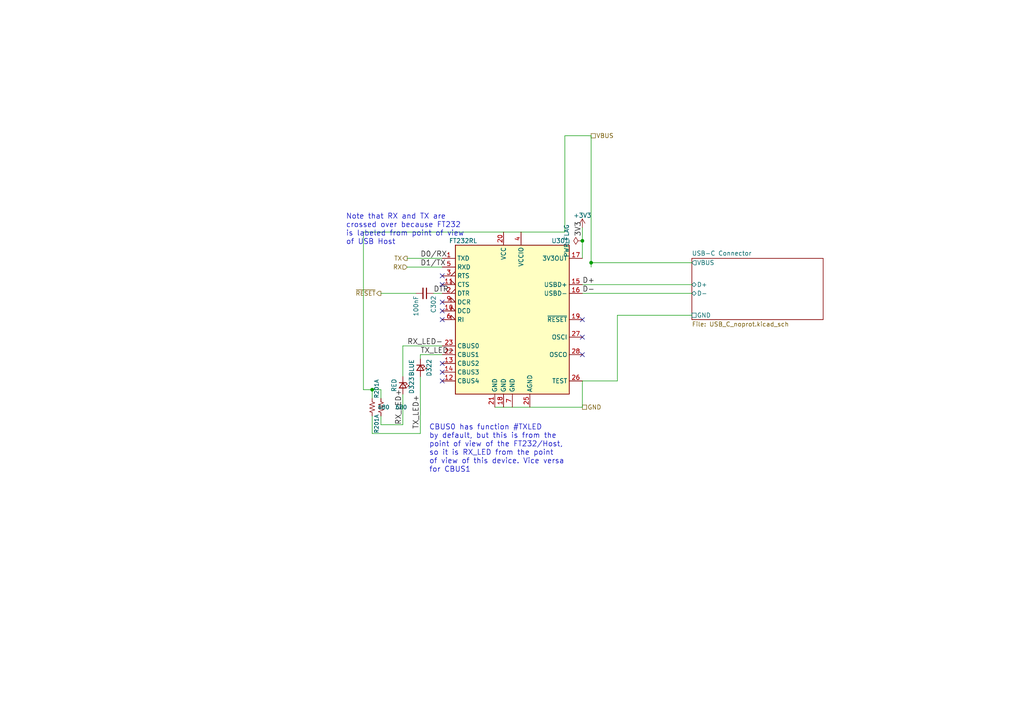
<source format=kicad_sch>
(kicad_sch (version 20230121) (generator eeschema)
  (paper "A4")
  (lib_symbols
    (symbol "Device:C_Small" (pin_numbers hide) (pin_names (offset 0.254) hide)
      (property "Reference" "C" (at 0.254 1.778 0))
      (property "Value" "C_Small" (at 0.254 -2.032 0))
      (symbol "C_Small_0_1"
        (polyline (pts (xy -1.524 -0.508) (xy 1.524 -0.508)) (stroke (width 0.3302)))
        (polyline (pts (xy -1.524 0.508) (xy 1.524 0.508)) (stroke (width 0.3048)))
      )
      (symbol "C_Small_1_1"
        (pin passive line (at 0 2.54 270) (length 2.032) (name "~") (number "1"))
        (pin passive line (at 0 -2.54 90) (length 2.032) (name "~") (number "2"))
      )
    )
    (symbol "Device:LED_Small" (pin_numbers hide) (pin_names (offset 0.254) hide)
      (property "Reference" "D" (at -1.27 3.175 0))
      (property "Value" "LED_Small" (at -4.445 -2.54 0))
      (symbol "LED_Small_0_1"
        (polyline (pts (xy -0.762 -1.016) (xy -0.762 1.016)) (stroke (width 0.254)))
        (polyline (pts (xy 1.016 0) (xy -0.762 0)))
        (polyline (pts (xy 0.762 -1.016) (xy -0.762 0) (xy 0.762 1.016) (xy 0.762 -1.016)) (stroke (width 0.254)))
        (polyline (pts (xy 0 0.762) (xy -0.508 1.27) (xy -0.254 1.27) (xy -0.508 1.27) (xy -0.508 1.016)))
        (polyline (pts (xy 0.508 1.27) (xy 0 1.778) (xy 0.254 1.778) (xy 0 1.778) (xy 0 1.524)))
      )
      (symbol "LED_Small_1_1"
        (pin passive line (at -2.54 0 0) (length 1.778) (name "K") (number "1"))
        (pin passive line (at 2.54 0 180) (length 1.778) (name "A") (number "2"))
      )
    )
    (symbol "Interface_USB:FT232RL"
      (property "Reference" "U" (at -16.51 22.86 0))
      (property "Value" "FT232RL" (at 10.16 22.86 0))
      (symbol "FT232RL_0_1"
        (rectangle (start -16.51 21.59) (end 16.51 -21.59) (stroke (width 0.254)) (fill (type background)))
      )
      (symbol "FT232RL_1_1"
        (pin output line (at 20.32 17.78 180) (length 3.81) (name "TXD") (number "1"))
        (pin input input_low (at 20.32 2.54 180) (length 3.81) (name "DCD") (number "10"))
        (pin input input_low (at 20.32 10.16 180) (length 3.81) (name "CTS") (number "11"))
        (pin bidirectional line (at 20.32 -17.78 180) (length 3.81) (name "CBUS4") (number "12"))
        (pin bidirectional line (at 20.32 -12.7 180) (length 3.81) (name "CBUS2") (number "13"))
        (pin bidirectional line (at 20.32 -15.24 180) (length 3.81) (name "CBUS3") (number "14"))
        (pin bidirectional line (at -20.32 10.16 0) (length 3.81) (name "USBD+") (number "15"))
        (pin bidirectional line (at -20.32 7.62 0) (length 3.81) (name "USBD-") (number "16"))
        (pin power_out line (at -20.32 17.78 0) (length 3.81) (name "3V3OUT") (number "17"))
        (pin power_in line (at 2.54 -25.4 90) (length 3.81) (name "GND") (number "18"))
        (pin input line (at -20.32 0 0) (length 3.81) (name "~{RESET}") (number "19"))
        (pin output output_low (at 20.32 7.62 180) (length 3.81) (name "DTR") (number "2"))
        (pin power_in line (at 2.54 25.4 270) (length 3.81) (name "VCC") (number "20"))
        (pin power_in line (at 5.08 -25.4 90) (length 3.81) (name "GND") (number "21"))
        (pin bidirectional line (at 20.32 -10.16 180) (length 3.81) (name "CBUS1") (number "22"))
        (pin bidirectional line (at 20.32 -7.62 180) (length 3.81) (name "CBUS0") (number "23"))
        (pin power_in line (at -5.08 -25.4 90) (length 3.81) (name "AGND") (number "25"))
        (pin input line (at -20.32 -17.78 0) (length 3.81) (name "TEST") (number "26"))
        (pin input line (at -20.32 -5.08 0) (length 3.81) (name "OSCI") (number "27"))
        (pin output line (at -20.32 -10.16 0) (length 3.81) (name "OSCO") (number "28"))
        (pin output output_low (at 20.32 12.7 180) (length 3.81) (name "RTS") (number "3"))
        (pin power_in line (at -2.54 25.4 270) (length 3.81) (name "VCCIO") (number "4"))
        (pin input line (at 20.32 15.24 180) (length 3.81) (name "RXD") (number "5"))
        (pin input input_low (at 20.32 0 180) (length 3.81) (name "RI") (number "6"))
        (pin power_in line (at 0 -25.4 90) (length 3.81) (name "GND") (number "7"))
        (pin input input_low (at 20.32 5.08 180) (length 3.81) (name "DCR") (number "9"))
      )
    )
    (symbol "KwanSystems:RP4" (pin_numbers hide) (pin_names (offset 0) hide)
      (property "Reference" "R" (at -1.27 1.27 0))
      (property "Value" "RP4" (at -1.27 -2.54 0))
      (symbol "RP4_0_1"
        (polyline (pts (xy 0 0) (xy -0.254 0.762) (xy -0.762 -0.762) (xy -1.27 0.762) (xy -1.524 0)))
        (polyline (pts (xy 0 0) (xy 0.254 -0.762) (xy 0.762 0.762) (xy 1.27 -0.762) (xy 1.524 0)))
      )
      (symbol "RP4_1_1"
        (pin passive line (at -2.54 0 0) (length 0.9906) (name "4") (number "1"))
        (pin passive line (at 2.54 0 180) (length 0.9906) (name "5") (number "8"))
      )
      (symbol "RP4_2_1"
        (pin passive line (at -2.54 0 0) (length 0.9906) (name "4") (number "2"))
        (pin passive line (at 2.54 0 180) (length 0.9906) (name "5") (number "7"))
      )
      (symbol "RP4_3_1"
        (pin passive line (at -2.54 0 0) (length 0.9906) (name "4") (number "3"))
        (pin passive line (at 2.54 0 180) (length 0.9906) (name "5") (number "6"))
      )
      (symbol "RP4_4_1"
        (pin passive line (at -2.54 0 0) (length 0.9906) (name "4") (number "4"))
        (pin passive line (at 2.54 0 180) (length 0.9906) (name "5") (number "5"))
      )
    )
    (symbol "power:+3V3" (power) (pin_names (offset 0))
      (property "Value" "+3V3" (at 0 3.556 0))
      (symbol "+3V3_0_1"
        (polyline (pts (xy -0.762 1.27) (xy 0 2.54)))
        (polyline (pts (xy 0 0) (xy 0 2.54)))
        (polyline (pts (xy 0 2.54) (xy 0.762 1.27)))
      )
      (symbol "+3V3_1_1"
        (pin power_in line (at 0 0 90) (length 0) hide (name "+3V3") (number "1"))
      )
    )
    (symbol "power:PWR_FLAG" (power) (pin_numbers hide) (pin_names (offset 0) hide)
      (property "Value" "PWR_FLAG" (at 0 3.81 0))
      (symbol "PWR_FLAG_0_0"
        (pin power_out line (at 0 0 90) (length 0) (name "pwr") (number "1"))
      )
      (symbol "PWR_FLAG_0_1"
        (polyline (pts (xy 0 0) (xy 0 1.27) (xy -1.016 1.905) (xy 0 2.54) (xy 1.016 1.905) (xy 0 1.27)))
      )
    )
  )
  (junction (at 168.91 69.85))
  (junction (at 171.45 76.2))
  (junction (at 107.95 113.03))
  (no_connect (at 168.91 97.79))
  (no_connect (at 168.91 102.87))
  (no_connect (at 168.91 92.71))
  (no_connect (at 128.27 107.95))
  (no_connect (at 128.27 87.63))
  (no_connect (at 128.27 80.01))
  (no_connect (at 128.27 82.55))
  (no_connect (at 128.27 92.71))
  (no_connect (at 128.27 110.49))
  (no_connect (at 128.27 105.41))
  (no_connect (at 128.27 90.17))
  (wire (pts (xy 143.51 118.11) (xy 168.91 118.11)))
  (wire (pts (xy 121.92 102.87) (xy 121.92 104.14)))
  (wire (pts (xy 168.91 118.11) (xy 168.91 110.49)))
  (wire (pts (xy 171.45 39.37) (xy 171.45 76.2)))
  (wire (pts (xy 168.91 110.49) (xy 179.07 110.49)))
  (wire (pts (xy 200.66 91.44) (xy 179.07 91.44)))
  (wire (pts (xy 110.49 113.03) (xy 110.49 115.57)))
  (wire (pts (xy 168.91 85.09) (xy 200.66 85.09)))
  (wire (pts (xy 110.49 120.65) (xy 110.49 123.19)))
  (wire (pts (xy 168.91 69.85) (xy 168.91 74.93)))
  (wire (pts (xy 168.91 82.55) (xy 200.66 82.55)))
  (wire (pts (xy 163.83 67.31) (xy 163.83 39.37)))
  (wire (pts (xy 105.41 67.31) (xy 163.83 67.31)))
  (wire (pts (xy 107.95 120.65) (xy 107.95 125.73)))
  (wire (pts (xy 128.27 77.47) (xy 118.11 77.47)))
  (wire (pts (xy 107.95 115.57) (xy 107.95 113.03)))
  (wire (pts (xy 163.83 39.37) (xy 171.45 39.37)))
  (wire (pts (xy 116.84 114.3) (xy 116.84 123.19)))
  (wire (pts (xy 118.11 74.93) (xy 128.27 74.93)))
  (wire (pts (xy 179.07 91.44) (xy 179.07 110.49)))
  (wire (pts (xy 116.84 123.19) (xy 110.49 123.19)))
  (wire (pts (xy 110.49 85.09) (xy 120.65 85.09)))
  (wire (pts (xy 105.41 67.31) (xy 105.41 113.03)))
  (wire (pts (xy 107.95 113.03) (xy 110.49 113.03)))
  (wire (pts (xy 200.66 76.2) (xy 171.45 76.2)))
  (wire (pts (xy 128.27 85.09) (xy 125.73 85.09)))
  (wire (pts (xy 121.92 109.22) (xy 121.92 125.73)))
  (wire (pts (xy 105.41 113.03) (xy 107.95 113.03)))
  (wire (pts (xy 128.27 100.33) (xy 116.84 100.33)))
  (wire (pts (xy 121.92 102.87) (xy 128.27 102.87)))
  (wire (pts (xy 116.84 100.33) (xy 116.84 109.22)))
  (wire (pts (xy 168.91 66.04) (xy 168.91 69.85)))
  (wire (pts (xy 121.92 125.73) (xy 107.95 125.73)))
  (wire (pts (xy 171.45 76.2) (xy 171.45 77.47)))
  (text "Note that RX and TX are\ncrossed over because FT232\nis labeled from point of view\nof USB Host" (at 100.33 71.12 0) (effects (font (size 1.524 1.524)) (justify left bottom)))
  (text "CBUS0 has function #TXLED\nby default, but this is from the\npoint of view of the FT232/Host,\nso it is RX_LED from the point\nof view of this device. Vice versa\nfor CBUS1" (at 124.46 137.16 0) (effects (font (size 1.524 1.524)) (justify left bottom)))
  (label "DTR" (at 125.73 85.09 0) (effects (font (size 1.524 1.524))))
  (label "RX_LED-" (at 118.11 100.33 0) (effects (font (size 1.524 1.524))))
  (label "D-" (at 168.91 85.09 0) (effects (font (size 1.524 1.524))))
  (label "TX_LED+" (at 121.92 124.46 90) (effects (font (size 1.524 1.524))))
  (label "TX_LED-" (at 121.92 102.87 0) (effects (font (size 1.524 1.524))))
  (label "RX_LED+" (at 116.84 123.19 90) (effects (font (size 1.524 1.524))))
  (label "D0/RX" (at 121.92 74.93 0) (effects (font (size 1.524 1.524))))
  (label "3V3" (at 168.91 68.58 90) (effects (font (size 1.524 1.524))))
  (label "D1/TX" (at 121.92 77.47 0) (effects (font (size 1.524 1.524))))
  (label "D+" (at 168.91 82.55 0) (effects (font (size 1.524 1.524))))
  (hierarchical_label "GND" (shape passive) (at 168.91 118.11 0))
  (hierarchical_label "~{RESET}" (shape output) (at 110.49 85.09 180))
  (hierarchical_label "RX" (shape input) (at 118.11 77.47 180))
  (hierarchical_label "VBUS" (shape passive) (at 171.45 39.37 0))
  (hierarchical_label "TX" (shape output) (at 118.11 74.93 180))
  (symbol (lib_id "Interface_USB:FT232RL") (at 148.59 92.71 0) (mirror y) (unit 1)
    (property "Reference" "U301" (at 165.1 69.85 0) (effects (justify left)))
    (property "Value" "FT232RL" (at 138.43 69.85 0) (effects (justify left)))
    (property "Footprint" "Package_SO:SSOP-28_5.3x10.2mm_P0.65mm" (effects hide))
    (property "Datasheet" "https://www.ftdichip.com/Support/Documents/DataSheets/ICs/DS_FT232R.pdf" (effects hide))
  )
  (symbol (lib_id "Device:C_Small") (at 123.19 85.09 270) (unit 1)
    (property "Reference" "C302" (at 125.73 85.725 0) (effects (justify left)))
    (property "Value" "100nF" (at 120.65 85.725 0) (effects (justify left)))
    (property "Footprint" "Capacitor_SMD:C_0402_1005Metric" (effects hide))
  )
  (symbol (lib_id "Device:LED_Small") (at 116.84 111.76 270) (unit 1)
    (property "Reference" "D323" (at 119.38 111.76 0))
    (property "Value" "RED" (at 114.3 111.76 0))
    (property "Footprint" "KwanSystems:D_0603" (effects hide))
  )
  (symbol (lib_id "Device:LED_Small") (at 121.92 106.68 270) (unit 1)
    (property "Reference" "D322" (at 124.46 106.68 0))
    (property "Value" "BLUE" (at 119.38 106.68 0))
    (property "Footprint" "KwanSystems:D_0603" (effects hide))
  )
  (symbol (lib_id "power:+3V3") (at 168.91 66.04 0) (unit 1)
    (property "Reference" "#PWR0101" (effects hide))
    (property "Value" "+3V3" (at 168.91 62.484 0))
  )
  (symbol (lib_id "power:PWR_FLAG") (at 168.91 69.85 90) (unit 1)
    (property "Reference" "#FLG0101" (effects hide))
    (property "Value" "PWR_FLAG" (at 164.338 69.85 0))
  )
  (symbol (lib_id "KwanSystems:RP4") (at 110.49 118.11 90) (unit 1)
    (property "Reference" "R201" (at 109.22 125.73 0) (effects (font (size 1.143 1.143)) (justify left)))
    (property "Value" "680" (at 118.11 118.11 90) (effects (font (size 1.143 1.143)) (justify left)))
    (property "Footprint" "KwanSystems:R_Array_Convex_4x0402" (effects hide))
  )
  (symbol (lib_id "KwanSystems:RP4") (at 107.95 118.11 90) (unit 1)
    (property "Reference" "R201" (at 109.22 115.57 0) (effects (font (size 1.143 1.143)) (justify left)))
    (property "Value" "680" (at 113.03 118.11 90) (effects (font (size 1.143 1.143)) (justify left)))
    (property "Footprint" "KwanSystems:R_Array_Convex_4x0402" (effects hide))
  )
  (sheet (at 200.66 74.93) (size 38.1 17.78)
    (property "Sheetname" "USB-C Connector" (at 200.66 74.2184 0) (effects (justify left bottom)))
    (property "Sheetfile" "USB_C_noprot.kicad_sch" (at 200.66 93.2946 0) (effects (justify left top)))
    (pin "D-" bidirectional (at 200.66 85.09 180))
    (pin "D+" bidirectional (at 200.66 82.55 180))
    (pin "VBUS" output (at 200.66 76.2 180))
    (pin "GND" passive (at 200.66 91.44 180))
  )
)
</source>
